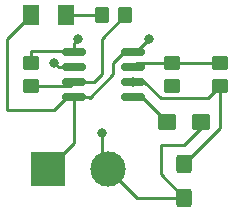
<source format=gbr>
G04 #@! TF.GenerationSoftware,KiCad,Pcbnew,(6.0.4)*
G04 #@! TF.CreationDate,2023-02-21T11:54:07-08:00*
G04 #@! TF.ProjectId,Lab4_Exercise2,4c616234-5f45-4786-9572-63697365322e,rev?*
G04 #@! TF.SameCoordinates,Original*
G04 #@! TF.FileFunction,Copper,L1,Top*
G04 #@! TF.FilePolarity,Positive*
%FSLAX46Y46*%
G04 Gerber Fmt 4.6, Leading zero omitted, Abs format (unit mm)*
G04 Created by KiCad (PCBNEW (6.0.4)) date 2023-02-21 11:54:07*
%MOMM*%
%LPD*%
G01*
G04 APERTURE LIST*
G04 Aperture macros list*
%AMRoundRect*
0 Rectangle with rounded corners*
0 $1 Rounding radius*
0 $2 $3 $4 $5 $6 $7 $8 $9 X,Y pos of 4 corners*
0 Add a 4 corners polygon primitive as box body*
4,1,4,$2,$3,$4,$5,$6,$7,$8,$9,$2,$3,0*
0 Add four circle primitives for the rounded corners*
1,1,$1+$1,$2,$3*
1,1,$1+$1,$4,$5*
1,1,$1+$1,$6,$7*
1,1,$1+$1,$8,$9*
0 Add four rect primitives between the rounded corners*
20,1,$1+$1,$2,$3,$4,$5,0*
20,1,$1+$1,$4,$5,$6,$7,0*
20,1,$1+$1,$6,$7,$8,$9,0*
20,1,$1+$1,$8,$9,$2,$3,0*%
G04 Aperture macros list end*
G04 #@! TA.AperFunction,SMDPad,CuDef*
%ADD10RoundRect,0.250001X0.462499X0.624999X-0.462499X0.624999X-0.462499X-0.624999X0.462499X-0.624999X0*%
G04 #@! TD*
G04 #@! TA.AperFunction,SMDPad,CuDef*
%ADD11RoundRect,0.250000X-0.450000X0.350000X-0.450000X-0.350000X0.450000X-0.350000X0.450000X0.350000X0*%
G04 #@! TD*
G04 #@! TA.AperFunction,SMDPad,CuDef*
%ADD12RoundRect,0.150000X-0.825000X-0.150000X0.825000X-0.150000X0.825000X0.150000X-0.825000X0.150000X0*%
G04 #@! TD*
G04 #@! TA.AperFunction,SMDPad,CuDef*
%ADD13RoundRect,0.250000X-0.537500X-0.425000X0.537500X-0.425000X0.537500X0.425000X-0.537500X0.425000X0*%
G04 #@! TD*
G04 #@! TA.AperFunction,SMDPad,CuDef*
%ADD14RoundRect,0.250000X0.450000X-0.350000X0.450000X0.350000X-0.450000X0.350000X-0.450000X-0.350000X0*%
G04 #@! TD*
G04 #@! TA.AperFunction,SMDPad,CuDef*
%ADD15RoundRect,0.250000X-0.350000X-0.450000X0.350000X-0.450000X0.350000X0.450000X-0.350000X0.450000X0*%
G04 #@! TD*
G04 #@! TA.AperFunction,ComponentPad*
%ADD16R,3.000000X3.000000*%
G04 #@! TD*
G04 #@! TA.AperFunction,ComponentPad*
%ADD17C,3.000000*%
G04 #@! TD*
G04 #@! TA.AperFunction,SMDPad,CuDef*
%ADD18RoundRect,0.250000X-0.425000X0.537500X-0.425000X-0.537500X0.425000X-0.537500X0.425000X0.537500X0*%
G04 #@! TD*
G04 #@! TA.AperFunction,ViaPad*
%ADD19C,0.800000*%
G04 #@! TD*
G04 #@! TA.AperFunction,Conductor*
%ADD20C,0.250000*%
G04 #@! TD*
G04 APERTURE END LIST*
D10*
G04 #@! TO.P,D1,1,K*
G04 #@! TO.N,Net-(D1-Pad1)*
X149975000Y-90000000D03*
G04 #@! TO.P,D1,2,A*
G04 #@! TO.N,+9V*
X147000000Y-90000000D03*
G04 #@! TD*
D11*
G04 #@! TO.P,R4,1*
G04 #@! TO.N,Net-(R3-Pad2)*
X163000000Y-94000000D03*
G04 #@! TO.P,R4,2*
G04 #@! TO.N,/pin_2*
X163000000Y-96000000D03*
G04 #@! TD*
D12*
G04 #@! TO.P,U1,1,GND*
G04 #@! TO.N,GND*
X150685000Y-93095000D03*
G04 #@! TO.P,U1,2,TR*
G04 #@! TO.N,/pin_2*
X150685000Y-94365000D03*
G04 #@! TO.P,U1,3,Q*
G04 #@! TO.N,/pin_3*
X150685000Y-95635000D03*
G04 #@! TO.P,U1,4,R*
G04 #@! TO.N,+9V*
X150685000Y-96905000D03*
G04 #@! TO.P,U1,5,CV*
G04 #@! TO.N,Net-(C1-Pad1)*
X155635000Y-96905000D03*
G04 #@! TO.P,U1,6,THR*
G04 #@! TO.N,/pin_2*
X155635000Y-95635000D03*
G04 #@! TO.P,U1,7,DIS*
G04 #@! TO.N,Net-(R3-Pad2)*
X155635000Y-94365000D03*
G04 #@! TO.P,U1,8,VCC*
G04 #@! TO.N,+9V*
X155635000Y-93095000D03*
G04 #@! TD*
D13*
G04 #@! TO.P,C1,1*
G04 #@! TO.N,Net-(C1-Pad1)*
X158562500Y-99000000D03*
G04 #@! TO.P,C1,2*
G04 #@! TO.N,GND*
X161437500Y-99000000D03*
G04 #@! TD*
D11*
G04 #@! TO.P,R2,1*
G04 #@! TO.N,GND*
X147000000Y-94000000D03*
G04 #@! TO.P,R2,2*
G04 #@! TO.N,/pin_3*
X147000000Y-96000000D03*
G04 #@! TD*
D14*
G04 #@! TO.P,R3,1*
G04 #@! TO.N,+9V*
X159000000Y-96000000D03*
G04 #@! TO.P,R3,2*
G04 #@! TO.N,Net-(R3-Pad2)*
X159000000Y-94000000D03*
G04 #@! TD*
D15*
G04 #@! TO.P,R1,1*
G04 #@! TO.N,Net-(D1-Pad1)*
X153000000Y-90000000D03*
G04 #@! TO.P,R1,2*
G04 #@! TO.N,/pin_3*
X155000000Y-90000000D03*
G04 #@! TD*
D16*
G04 #@! TO.P,J1,1,Pin_1*
G04 #@! TO.N,+9V*
X148460000Y-103000000D03*
D17*
G04 #@! TO.P,J1,2,Pin_2*
G04 #@! TO.N,GND*
X153540000Y-103000000D03*
G04 #@! TD*
D18*
G04 #@! TO.P,C2,1*
G04 #@! TO.N,/pin_2*
X160000000Y-102562500D03*
G04 #@! TO.P,C2,2*
G04 #@! TO.N,GND*
X160000000Y-105437500D03*
G04 #@! TD*
D19*
G04 #@! TO.N,GND*
X153000000Y-100000000D03*
X151000000Y-92000000D03*
G04 #@! TO.N,/pin_2*
X155635000Y-95635000D03*
X149000000Y-94000000D03*
G04 #@! TO.N,+9V*
X159000000Y-96000000D03*
X157000000Y-92000000D03*
G04 #@! TD*
D20*
G04 #@! TO.N,Net-(C1-Pad1)*
X155635000Y-96905000D02*
X156467500Y-96905000D01*
X156467500Y-96905000D02*
X158562500Y-99000000D01*
G04 #@! TO.N,GND*
X160000000Y-105437500D02*
X158000000Y-103437500D01*
X147000000Y-93000000D02*
X150590000Y-93000000D01*
X153000000Y-100000000D02*
X153000000Y-102460000D01*
X158000000Y-101000000D02*
X160000000Y-101000000D01*
X158000000Y-103437500D02*
X158000000Y-101000000D01*
X147000000Y-94000000D02*
X147000000Y-93000000D01*
X150590000Y-93000000D02*
X150685000Y-93095000D01*
X150685000Y-93095000D02*
X150685000Y-92315000D01*
X160000000Y-105437500D02*
X155977500Y-105437500D01*
X155977500Y-105437500D02*
X153540000Y-103000000D01*
X161437500Y-99562500D02*
X161437500Y-99000000D01*
X153000000Y-102460000D02*
X153540000Y-103000000D01*
X150685000Y-92315000D02*
X151000000Y-92000000D01*
X160000000Y-101000000D02*
X161437500Y-99562500D01*
G04 #@! TO.N,/pin_2*
X158000000Y-97000000D02*
X162000000Y-97000000D01*
X162000000Y-97000000D02*
X163000000Y-96000000D01*
X163000000Y-96000000D02*
X163000000Y-99562500D01*
X149365000Y-94365000D02*
X149000000Y-94000000D01*
X163000000Y-99562500D02*
X160000000Y-102562500D01*
X155635000Y-95635000D02*
X156635000Y-95635000D01*
X150685000Y-94365000D02*
X149365000Y-94365000D01*
X156635000Y-95635000D02*
X158000000Y-97000000D01*
G04 #@! TO.N,Net-(D1-Pad1)*
X149975000Y-90000000D02*
X153000000Y-90000000D01*
G04 #@! TO.N,+9V*
X154905000Y-93095000D02*
X155635000Y-93095000D01*
X150095000Y-96905000D02*
X150685000Y-96905000D01*
X154000000Y-94000000D02*
X154905000Y-93095000D01*
X152000000Y-97000000D02*
X154000000Y-95000000D01*
X154000000Y-95000000D02*
X154000000Y-94000000D01*
X150685000Y-100775000D02*
X148460000Y-103000000D01*
X145000000Y-92000000D02*
X145000000Y-98000000D01*
X147000000Y-90000000D02*
X145000000Y-92000000D01*
X155905000Y-93095000D02*
X157000000Y-92000000D01*
X150685000Y-96905000D02*
X151905000Y-96905000D01*
X149000000Y-98000000D02*
X150095000Y-96905000D01*
X155635000Y-93095000D02*
X155905000Y-93095000D01*
X150685000Y-96905000D02*
X150685000Y-100775000D01*
X145000000Y-98000000D02*
X149000000Y-98000000D01*
X151905000Y-96905000D02*
X152000000Y-97000000D01*
G04 #@! TO.N,/pin_3*
X147000000Y-96000000D02*
X150320000Y-96000000D01*
X155000000Y-90000000D02*
X153000000Y-92000000D01*
X153000000Y-95000000D02*
X152365000Y-95635000D01*
X152365000Y-95635000D02*
X150685000Y-95635000D01*
X153000000Y-92000000D02*
X153000000Y-95000000D01*
X150320000Y-96000000D02*
X150685000Y-95635000D01*
G04 #@! TO.N,Net-(R3-Pad2)*
X159000000Y-94000000D02*
X163000000Y-94000000D01*
X156000000Y-94000000D02*
X159000000Y-94000000D01*
X155635000Y-94365000D02*
X156000000Y-94000000D01*
G04 #@! TD*
M02*

</source>
